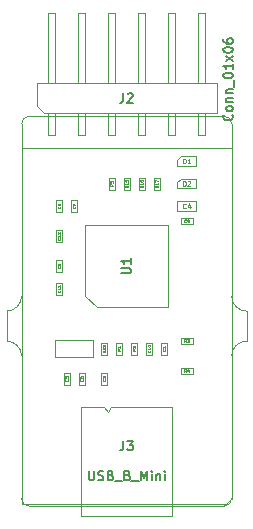
<source format=gbr>
%TF.GenerationSoftware,KiCad,Pcbnew,5.1.4-e60b266~84~ubuntu19.04.1*%
%TF.CreationDate,2020-03-25T19:35:05+00:00*%
%TF.ProjectId,ProMicro_UART,50726f4d-6963-4726-9f5f-554152542e6b,v1.2*%
%TF.SameCoordinates,Original*%
%TF.FileFunction,Other,Fab,Top*%
%FSLAX45Y45*%
G04 Gerber Fmt 4.5, Leading zero omitted, Abs format (unit mm)*
G04 Created by KiCad (PCBNEW 5.1.4-e60b266~84~ubuntu19.04.1) date 2020-03-25 19:35:05*
%MOMM*%
%LPD*%
G04 APERTURE LIST*
%ADD10C,0.100000*%
%ADD11C,0.200000*%
%ADD12C,0.040000*%
%ADD13C,0.060000*%
G04 APERTURE END LIST*
D10*
X10033000Y-7302500D02*
X10033000Y-8763000D01*
X10033000Y-9271000D02*
X10033000Y-10477500D01*
X9906000Y-9144000D02*
G75*
G02X10033000Y-9271000I0J-127000D01*
G01*
X10033000Y-8763000D02*
G75*
G02X9906000Y-8890000I-127000J0D01*
G01*
X9906000Y-9144000D02*
X9906000Y-8890000D01*
X11811000Y-7302500D02*
X11811000Y-8763000D01*
X11938000Y-8890000D02*
X11938000Y-9144000D01*
X11811000Y-9271000D02*
G75*
G02X11938000Y-9144000I127000J0D01*
G01*
X11938000Y-8890000D02*
G75*
G02X11811000Y-8763000I0J127000D01*
G01*
X10096500Y-10541000D02*
G75*
G02X10033000Y-10477500I0J63500D01*
G01*
X11811000Y-10477500D02*
G75*
G02X11747500Y-10541000I-63500J0D01*
G01*
X11747500Y-7239000D02*
G75*
G02X11811000Y-7302500I0J-63500D01*
G01*
X10033000Y-7302500D02*
G75*
G02X10096500Y-7239000I63500J0D01*
G01*
X11747500Y-10541000D02*
X10096500Y-10541000D01*
X11811000Y-9271000D02*
X11811000Y-10477500D01*
X10096500Y-7239000D02*
X11747500Y-7239000D01*
X10672000Y-8859000D02*
X10572000Y-8759000D01*
X11272000Y-8859000D02*
X10672000Y-8859000D01*
X11272000Y-8159000D02*
X11272000Y-8859000D01*
X10572000Y-8159000D02*
X11272000Y-8159000D01*
X10572000Y-8759000D02*
X10572000Y-8159000D01*
X10706500Y-9257500D02*
X10706500Y-9157500D01*
X10756500Y-9257500D02*
X10706500Y-9257500D01*
X10756500Y-9157500D02*
X10756500Y-9257500D01*
X10706500Y-9157500D02*
X10756500Y-9157500D01*
X10375500Y-7951000D02*
X10375500Y-8051000D01*
X10325500Y-7951000D02*
X10375500Y-7951000D01*
X10325500Y-8051000D02*
X10325500Y-7951000D01*
X10375500Y-8051000D02*
X10325500Y-8051000D01*
X10502500Y-7951000D02*
X10502500Y-8051000D01*
X10452500Y-7951000D02*
X10502500Y-7951000D01*
X10452500Y-8051000D02*
X10452500Y-7951000D01*
X10502500Y-8051000D02*
X10452500Y-8051000D01*
X11214500Y-9257500D02*
X11214500Y-9157500D01*
X11264500Y-9257500D02*
X11214500Y-9257500D01*
X11264500Y-9157500D02*
X11264500Y-9257500D01*
X11214500Y-9157500D02*
X11264500Y-9157500D01*
X10756500Y-9411500D02*
X10756500Y-9511500D01*
X10706500Y-9411500D02*
X10756500Y-9411500D01*
X10706500Y-9511500D02*
X10706500Y-9411500D01*
X10756500Y-9511500D02*
X10706500Y-9511500D01*
X10325500Y-8559000D02*
X10325500Y-8459000D01*
X10375500Y-8559000D02*
X10325500Y-8559000D01*
X10375500Y-8459000D02*
X10375500Y-8559000D01*
X10325500Y-8459000D02*
X10375500Y-8459000D01*
X10389000Y-9511500D02*
X10389000Y-9411500D01*
X10439000Y-9511500D02*
X10389000Y-9511500D01*
X10439000Y-9411500D02*
X10439000Y-9511500D01*
X10389000Y-9411500D02*
X10439000Y-9411500D01*
X10516000Y-9511500D02*
X10516000Y-9411500D01*
X10566000Y-9511500D02*
X10516000Y-9511500D01*
X10566000Y-9411500D02*
X10566000Y-9511500D01*
X10516000Y-9411500D02*
X10566000Y-9411500D01*
X11380000Y-8103000D02*
X11480000Y-8103000D01*
X11380000Y-8153000D02*
X11380000Y-8103000D01*
X11480000Y-8153000D02*
X11380000Y-8153000D01*
X11480000Y-8103000D02*
X11480000Y-8153000D01*
X11137500Y-9157500D02*
X11137500Y-9257500D01*
X11087500Y-9157500D02*
X11137500Y-9157500D01*
X11087500Y-9257500D02*
X11087500Y-9157500D01*
X11137500Y-9257500D02*
X11087500Y-9257500D01*
X10375500Y-8649500D02*
X10375500Y-8749500D01*
X10325500Y-8649500D02*
X10375500Y-8649500D01*
X10325500Y-8749500D02*
X10325500Y-8649500D01*
X10375500Y-8749500D02*
X10325500Y-8749500D01*
X10375500Y-8205000D02*
X10375500Y-8305000D01*
X10325500Y-8205000D02*
X10375500Y-8205000D01*
X10325500Y-8305000D02*
X10325500Y-8205000D01*
X10375500Y-8305000D02*
X10325500Y-8305000D01*
X10833500Y-9257500D02*
X10833500Y-9157500D01*
X10883500Y-9257500D02*
X10833500Y-9257500D01*
X10883500Y-9157500D02*
X10883500Y-9257500D01*
X10833500Y-9157500D02*
X10883500Y-9157500D01*
X10960500Y-9257500D02*
X10960500Y-9157500D01*
X11010500Y-9257500D02*
X10960500Y-9257500D01*
X11010500Y-9157500D02*
X11010500Y-9257500D01*
X10960500Y-9157500D02*
X11010500Y-9157500D01*
X11380000Y-9119000D02*
X11480000Y-9119000D01*
X11380000Y-9169000D02*
X11380000Y-9119000D01*
X11480000Y-9169000D02*
X11380000Y-9169000D01*
X11480000Y-9119000D02*
X11480000Y-9169000D01*
X11380000Y-9373000D02*
X11480000Y-9373000D01*
X11380000Y-9423000D02*
X11380000Y-9373000D01*
X11480000Y-9423000D02*
X11380000Y-9423000D01*
X11480000Y-9373000D02*
X11480000Y-9423000D01*
X10820000Y-7760500D02*
X10820000Y-7860500D01*
X10770000Y-7760500D02*
X10820000Y-7760500D01*
X10770000Y-7860500D02*
X10770000Y-7760500D01*
X10820000Y-7860500D02*
X10770000Y-7860500D01*
X10947000Y-7760500D02*
X10947000Y-7860500D01*
X10897000Y-7760500D02*
X10947000Y-7760500D01*
X10897000Y-7860500D02*
X10897000Y-7760500D01*
X10947000Y-7860500D02*
X10897000Y-7860500D01*
X11074000Y-7760500D02*
X11074000Y-7860500D01*
X11024000Y-7760500D02*
X11074000Y-7760500D01*
X11024000Y-7860500D02*
X11024000Y-7760500D01*
X11074000Y-7860500D02*
X11024000Y-7860500D01*
X11201000Y-7760500D02*
X11201000Y-7860500D01*
X11151000Y-7760500D02*
X11201000Y-7760500D01*
X11151000Y-7860500D02*
X11151000Y-7760500D01*
X11201000Y-7860500D02*
X11151000Y-7860500D01*
X10792000Y-9698000D02*
X11307000Y-9698000D01*
X10762000Y-9748000D02*
X10792000Y-9698000D01*
X10732000Y-9698000D02*
X10762000Y-9748000D01*
X10537000Y-10623000D02*
X10537000Y-9698000D01*
X11307000Y-10623000D02*
X10537000Y-10623000D01*
X11307000Y-9698000D02*
X11307000Y-10623000D01*
X10537000Y-9698000D02*
X10732000Y-9698000D01*
X10637500Y-9132500D02*
X10317500Y-9132500D01*
X10637500Y-9282500D02*
X10317500Y-9282500D01*
X10317500Y-9282500D02*
X10317500Y-9132500D01*
X10637500Y-9282500D02*
X10637500Y-9132500D01*
X11350000Y-7961000D02*
X11510000Y-7961000D01*
X11350000Y-8041000D02*
X11350000Y-7961000D01*
X11510000Y-8041000D02*
X11350000Y-8041000D01*
X11510000Y-7961000D02*
X11510000Y-8041000D01*
X11589000Y-6962000D02*
X11589000Y-6362000D01*
X11525000Y-6362000D02*
X11589000Y-6362000D01*
X11525000Y-6962000D02*
X11525000Y-6362000D01*
X11589000Y-7398000D02*
X11589000Y-7216000D01*
X11525000Y-7398000D02*
X11589000Y-7398000D01*
X11525000Y-7398000D02*
X11525000Y-7216000D01*
X11335000Y-6962000D02*
X11335000Y-6362000D01*
X11271000Y-6362000D02*
X11335000Y-6362000D01*
X11271000Y-6962000D02*
X11271000Y-6362000D01*
X11335000Y-7398000D02*
X11335000Y-7216000D01*
X11271000Y-7398000D02*
X11335000Y-7398000D01*
X11271000Y-7398000D02*
X11271000Y-7216000D01*
X11081000Y-6962000D02*
X11081000Y-6362000D01*
X11017000Y-6362000D02*
X11081000Y-6362000D01*
X11017000Y-6962000D02*
X11017000Y-6362000D01*
X11081000Y-7398000D02*
X11081000Y-7216000D01*
X11017000Y-7398000D02*
X11081000Y-7398000D01*
X11017000Y-7398000D02*
X11017000Y-7216000D01*
X10827000Y-6962000D02*
X10827000Y-6362000D01*
X10763000Y-6362000D02*
X10827000Y-6362000D01*
X10763000Y-6962000D02*
X10763000Y-6362000D01*
X10827000Y-7398000D02*
X10827000Y-7216000D01*
X10763000Y-7398000D02*
X10827000Y-7398000D01*
X10763000Y-7398000D02*
X10763000Y-7216000D01*
X10573000Y-6962000D02*
X10573000Y-6362000D01*
X10509000Y-6362000D02*
X10573000Y-6362000D01*
X10509000Y-6962000D02*
X10509000Y-6362000D01*
X10573000Y-7398000D02*
X10573000Y-7216000D01*
X10509000Y-7398000D02*
X10573000Y-7398000D01*
X10509000Y-7398000D02*
X10509000Y-7216000D01*
X10319000Y-6962000D02*
X10319000Y-6362000D01*
X10255000Y-6362000D02*
X10319000Y-6362000D01*
X10255000Y-6962000D02*
X10255000Y-6362000D01*
X10319000Y-7398000D02*
X10319000Y-7216000D01*
X10255000Y-7398000D02*
X10319000Y-7398000D01*
X10255000Y-7398000D02*
X10255000Y-7216000D01*
X10223500Y-7216000D02*
X10160000Y-7152500D01*
X11684000Y-7216000D02*
X10223500Y-7216000D01*
X11684000Y-6962000D02*
X11684000Y-7216000D01*
X10160000Y-6962000D02*
X11684000Y-6962000D01*
X10160000Y-7152500D02*
X10160000Y-6962000D01*
X11510000Y-7850500D02*
X11510000Y-7770500D01*
X11350000Y-7850500D02*
X11510000Y-7850500D01*
X11350000Y-7800500D02*
X11350000Y-7850500D01*
X11380000Y-7770500D02*
X11350000Y-7800500D01*
X11510000Y-7770500D02*
X11380000Y-7770500D01*
X11510000Y-7660000D02*
X11510000Y-7580000D01*
X11350000Y-7660000D02*
X11510000Y-7660000D01*
X11350000Y-7610000D02*
X11350000Y-7660000D01*
X11380000Y-7580000D02*
X11350000Y-7610000D01*
X11510000Y-7580000D02*
X11380000Y-7580000D01*
X10034000Y-7509000D02*
X11811000Y-7509000D01*
X11811000Y-7509000D02*
X11811000Y-10474000D01*
X11764000Y-10524000D02*
X11811000Y-10474000D01*
X11764000Y-10524000D02*
X10034000Y-10524000D01*
X10034000Y-10524000D02*
X10034000Y-7509000D01*
D11*
X10878190Y-8569952D02*
X10942952Y-8569952D01*
X10950571Y-8566143D01*
X10954381Y-8562333D01*
X10958190Y-8554714D01*
X10958190Y-8539476D01*
X10954381Y-8531857D01*
X10950571Y-8528048D01*
X10942952Y-8524238D01*
X10878190Y-8524238D01*
X10958190Y-8444238D02*
X10958190Y-8489952D01*
X10958190Y-8467095D02*
X10878190Y-8467095D01*
X10889619Y-8474714D01*
X10897238Y-8482333D01*
X10901048Y-8489952D01*
D12*
X10742810Y-9223571D02*
X10730905Y-9231905D01*
X10742810Y-9237857D02*
X10717810Y-9237857D01*
X10717810Y-9228333D01*
X10719000Y-9225952D01*
X10720190Y-9224762D01*
X10722571Y-9223571D01*
X10726143Y-9223571D01*
X10728524Y-9224762D01*
X10729714Y-9225952D01*
X10730905Y-9228333D01*
X10730905Y-9237857D01*
X10720190Y-9214048D02*
X10719000Y-9212857D01*
X10717810Y-9210476D01*
X10717810Y-9204524D01*
X10719000Y-9202143D01*
X10720190Y-9200952D01*
X10722571Y-9199762D01*
X10724952Y-9199762D01*
X10728524Y-9200952D01*
X10742810Y-9215238D01*
X10742810Y-9199762D01*
X10720190Y-9190238D02*
X10719000Y-9189048D01*
X10717810Y-9186667D01*
X10717810Y-9180714D01*
X10719000Y-9178333D01*
X10720190Y-9177143D01*
X10722571Y-9175952D01*
X10724952Y-9175952D01*
X10728524Y-9177143D01*
X10742810Y-9191429D01*
X10742810Y-9175952D01*
X10359429Y-8005167D02*
X10360619Y-8006357D01*
X10361810Y-8009928D01*
X10361810Y-8012309D01*
X10360619Y-8015881D01*
X10358238Y-8018262D01*
X10355857Y-8019452D01*
X10351095Y-8020643D01*
X10347524Y-8020643D01*
X10342762Y-8019452D01*
X10340381Y-8018262D01*
X10338000Y-8015881D01*
X10336810Y-8012309D01*
X10336810Y-8009928D01*
X10338000Y-8006357D01*
X10339190Y-8005167D01*
X10347524Y-7990881D02*
X10346333Y-7993262D01*
X10345143Y-7994452D01*
X10342762Y-7995643D01*
X10341571Y-7995643D01*
X10339190Y-7994452D01*
X10338000Y-7993262D01*
X10336810Y-7990881D01*
X10336810Y-7986119D01*
X10338000Y-7983738D01*
X10339190Y-7982548D01*
X10341571Y-7981357D01*
X10342762Y-7981357D01*
X10345143Y-7982548D01*
X10346333Y-7983738D01*
X10347524Y-7986119D01*
X10347524Y-7990881D01*
X10348714Y-7993262D01*
X10349905Y-7994452D01*
X10352286Y-7995643D01*
X10357048Y-7995643D01*
X10359429Y-7994452D01*
X10360619Y-7993262D01*
X10361810Y-7990881D01*
X10361810Y-7986119D01*
X10360619Y-7983738D01*
X10359429Y-7982548D01*
X10357048Y-7981357D01*
X10352286Y-7981357D01*
X10349905Y-7982548D01*
X10348714Y-7983738D01*
X10347524Y-7986119D01*
X10486429Y-8005167D02*
X10487619Y-8006357D01*
X10488810Y-8009928D01*
X10488810Y-8012309D01*
X10487619Y-8015881D01*
X10485238Y-8018262D01*
X10482857Y-8019452D01*
X10478095Y-8020643D01*
X10474524Y-8020643D01*
X10469762Y-8019452D01*
X10467381Y-8018262D01*
X10465000Y-8015881D01*
X10463810Y-8012309D01*
X10463810Y-8009928D01*
X10465000Y-8006357D01*
X10466190Y-8005167D01*
X10463810Y-7996833D02*
X10463810Y-7980167D01*
X10488810Y-7990881D01*
X11248428Y-9211667D02*
X11249619Y-9212857D01*
X11250809Y-9216429D01*
X11250809Y-9218810D01*
X11249619Y-9222381D01*
X11247238Y-9224762D01*
X11244857Y-9225952D01*
X11240095Y-9227143D01*
X11236524Y-9227143D01*
X11231762Y-9225952D01*
X11229381Y-9224762D01*
X11227000Y-9222381D01*
X11225809Y-9218810D01*
X11225809Y-9216429D01*
X11227000Y-9212857D01*
X11228190Y-9211667D01*
X11250809Y-9187857D02*
X11250809Y-9202143D01*
X11250809Y-9195000D02*
X11225809Y-9195000D01*
X11229381Y-9197381D01*
X11231762Y-9199762D01*
X11232952Y-9202143D01*
X10740429Y-9465667D02*
X10741619Y-9466857D01*
X10742810Y-9470429D01*
X10742810Y-9472810D01*
X10741619Y-9476381D01*
X10739238Y-9478762D01*
X10736857Y-9479952D01*
X10732095Y-9481143D01*
X10728524Y-9481143D01*
X10723762Y-9479952D01*
X10721381Y-9478762D01*
X10719000Y-9476381D01*
X10717810Y-9472810D01*
X10717810Y-9470429D01*
X10719000Y-9466857D01*
X10720190Y-9465667D01*
X10720190Y-9456143D02*
X10719000Y-9454952D01*
X10717810Y-9452571D01*
X10717810Y-9446619D01*
X10719000Y-9444238D01*
X10720190Y-9443048D01*
X10722571Y-9441857D01*
X10724952Y-9441857D01*
X10728524Y-9443048D01*
X10742810Y-9457333D01*
X10742810Y-9441857D01*
X10359429Y-8513167D02*
X10360619Y-8514357D01*
X10361810Y-8517929D01*
X10361810Y-8520310D01*
X10360619Y-8523881D01*
X10358238Y-8526262D01*
X10355857Y-8527452D01*
X10351095Y-8528643D01*
X10347524Y-8528643D01*
X10342762Y-8527452D01*
X10340381Y-8526262D01*
X10338000Y-8523881D01*
X10336810Y-8520310D01*
X10336810Y-8517929D01*
X10338000Y-8514357D01*
X10339190Y-8513167D01*
X10336810Y-8504833D02*
X10336810Y-8489357D01*
X10346333Y-8497690D01*
X10346333Y-8494119D01*
X10347524Y-8491738D01*
X10348714Y-8490548D01*
X10351095Y-8489357D01*
X10357048Y-8489357D01*
X10359429Y-8490548D01*
X10360619Y-8491738D01*
X10361810Y-8494119D01*
X10361810Y-8501262D01*
X10360619Y-8503643D01*
X10359429Y-8504833D01*
X10422929Y-9465667D02*
X10424119Y-9466857D01*
X10425310Y-9470429D01*
X10425310Y-9472810D01*
X10424119Y-9476381D01*
X10421738Y-9478762D01*
X10419357Y-9479952D01*
X10414595Y-9481143D01*
X10411024Y-9481143D01*
X10406262Y-9479952D01*
X10403881Y-9478762D01*
X10401500Y-9476381D01*
X10400310Y-9472810D01*
X10400310Y-9470429D01*
X10401500Y-9466857D01*
X10402690Y-9465667D01*
X10400310Y-9443048D02*
X10400310Y-9454952D01*
X10412214Y-9456143D01*
X10411024Y-9454952D01*
X10409833Y-9452571D01*
X10409833Y-9446619D01*
X10411024Y-9444238D01*
X10412214Y-9443048D01*
X10414595Y-9441857D01*
X10420548Y-9441857D01*
X10422929Y-9443048D01*
X10424119Y-9444238D01*
X10425310Y-9446619D01*
X10425310Y-9452571D01*
X10424119Y-9454952D01*
X10422929Y-9456143D01*
X10549929Y-9465667D02*
X10551119Y-9466857D01*
X10552310Y-9470429D01*
X10552310Y-9472810D01*
X10551119Y-9476381D01*
X10548738Y-9478762D01*
X10546357Y-9479952D01*
X10541595Y-9481143D01*
X10538024Y-9481143D01*
X10533262Y-9479952D01*
X10530881Y-9478762D01*
X10528500Y-9476381D01*
X10527310Y-9472810D01*
X10527310Y-9470429D01*
X10528500Y-9466857D01*
X10529690Y-9465667D01*
X10527310Y-9444238D02*
X10527310Y-9449000D01*
X10528500Y-9451381D01*
X10529690Y-9452571D01*
X10533262Y-9454952D01*
X10538024Y-9456143D01*
X10547548Y-9456143D01*
X10549929Y-9454952D01*
X10551119Y-9453762D01*
X10552310Y-9451381D01*
X10552310Y-9446619D01*
X10551119Y-9444238D01*
X10549929Y-9443048D01*
X10547548Y-9441857D01*
X10541595Y-9441857D01*
X10539214Y-9443048D01*
X10538024Y-9444238D01*
X10536833Y-9446619D01*
X10536833Y-9451381D01*
X10538024Y-9453762D01*
X10539214Y-9454952D01*
X10541595Y-9456143D01*
X11425833Y-8136928D02*
X11424643Y-8138119D01*
X11421071Y-8139309D01*
X11418690Y-8139309D01*
X11415119Y-8138119D01*
X11412738Y-8135738D01*
X11411548Y-8133357D01*
X11410357Y-8128595D01*
X11410357Y-8125024D01*
X11411548Y-8120262D01*
X11412738Y-8117881D01*
X11415119Y-8115500D01*
X11418690Y-8114309D01*
X11421071Y-8114309D01*
X11424643Y-8115500D01*
X11425833Y-8116690D01*
X11437738Y-8139309D02*
X11442500Y-8139309D01*
X11444881Y-8138119D01*
X11446071Y-8136928D01*
X11448452Y-8133357D01*
X11449643Y-8128595D01*
X11449643Y-8119071D01*
X11448452Y-8116690D01*
X11447262Y-8115500D01*
X11444881Y-8114309D01*
X11440119Y-8114309D01*
X11437738Y-8115500D01*
X11436548Y-8116690D01*
X11435357Y-8119071D01*
X11435357Y-8125024D01*
X11436548Y-8127405D01*
X11437738Y-8128595D01*
X11440119Y-8129786D01*
X11444881Y-8129786D01*
X11447262Y-8128595D01*
X11448452Y-8127405D01*
X11449643Y-8125024D01*
X11121429Y-9223571D02*
X11122619Y-9224762D01*
X11123810Y-9228333D01*
X11123810Y-9230714D01*
X11122619Y-9234286D01*
X11120238Y-9236667D01*
X11117857Y-9237857D01*
X11113095Y-9239048D01*
X11109524Y-9239048D01*
X11104762Y-9237857D01*
X11102381Y-9236667D01*
X11100000Y-9234286D01*
X11098810Y-9230714D01*
X11098810Y-9228333D01*
X11100000Y-9224762D01*
X11101190Y-9223571D01*
X11123810Y-9199762D02*
X11123810Y-9214048D01*
X11123810Y-9206905D02*
X11098810Y-9206905D01*
X11102381Y-9209286D01*
X11104762Y-9211667D01*
X11105952Y-9214048D01*
X11098810Y-9184286D02*
X11098810Y-9181905D01*
X11100000Y-9179524D01*
X11101190Y-9178333D01*
X11103571Y-9177143D01*
X11108333Y-9175952D01*
X11114286Y-9175952D01*
X11119048Y-9177143D01*
X11121429Y-9178333D01*
X11122619Y-9179524D01*
X11123810Y-9181905D01*
X11123810Y-9184286D01*
X11122619Y-9186667D01*
X11121429Y-9187857D01*
X11119048Y-9189048D01*
X11114286Y-9190238D01*
X11108333Y-9190238D01*
X11103571Y-9189048D01*
X11101190Y-9187857D01*
X11100000Y-9186667D01*
X11098810Y-9184286D01*
X10359429Y-8715571D02*
X10360619Y-8716762D01*
X10361810Y-8720333D01*
X10361810Y-8722714D01*
X10360619Y-8726286D01*
X10358238Y-8728667D01*
X10355857Y-8729857D01*
X10351095Y-8731048D01*
X10347524Y-8731048D01*
X10342762Y-8729857D01*
X10340381Y-8728667D01*
X10338000Y-8726286D01*
X10336810Y-8722714D01*
X10336810Y-8720333D01*
X10338000Y-8716762D01*
X10339190Y-8715571D01*
X10361810Y-8691762D02*
X10361810Y-8706048D01*
X10361810Y-8698905D02*
X10336810Y-8698905D01*
X10340381Y-8701286D01*
X10342762Y-8703667D01*
X10343952Y-8706048D01*
X10361810Y-8667952D02*
X10361810Y-8682238D01*
X10361810Y-8675095D02*
X10336810Y-8675095D01*
X10340381Y-8677476D01*
X10342762Y-8679857D01*
X10343952Y-8682238D01*
X10359429Y-8271071D02*
X10360619Y-8272262D01*
X10361810Y-8275833D01*
X10361810Y-8278214D01*
X10360619Y-8281786D01*
X10358238Y-8284167D01*
X10355857Y-8285357D01*
X10351095Y-8286548D01*
X10347524Y-8286548D01*
X10342762Y-8285357D01*
X10340381Y-8284167D01*
X10338000Y-8281786D01*
X10336810Y-8278214D01*
X10336810Y-8275833D01*
X10338000Y-8272262D01*
X10339190Y-8271071D01*
X10361810Y-8247262D02*
X10361810Y-8261548D01*
X10361810Y-8254405D02*
X10336810Y-8254405D01*
X10340381Y-8256786D01*
X10342762Y-8259167D01*
X10343952Y-8261548D01*
X10339190Y-8237738D02*
X10338000Y-8236548D01*
X10336810Y-8234167D01*
X10336810Y-8228214D01*
X10338000Y-8225833D01*
X10339190Y-8224643D01*
X10341571Y-8223452D01*
X10343952Y-8223452D01*
X10347524Y-8224643D01*
X10361810Y-8238928D01*
X10361810Y-8223452D01*
X10869810Y-9211667D02*
X10857905Y-9220000D01*
X10869810Y-9225952D02*
X10844810Y-9225952D01*
X10844810Y-9216429D01*
X10846000Y-9214048D01*
X10847190Y-9212857D01*
X10849571Y-9211667D01*
X10853143Y-9211667D01*
X10855524Y-9212857D01*
X10856714Y-9214048D01*
X10857905Y-9216429D01*
X10857905Y-9225952D01*
X10869810Y-9187857D02*
X10869810Y-9202143D01*
X10869810Y-9195000D02*
X10844810Y-9195000D01*
X10848381Y-9197381D01*
X10850762Y-9199762D01*
X10851952Y-9202143D01*
X10996810Y-9211667D02*
X10984905Y-9220000D01*
X10996810Y-9225952D02*
X10971810Y-9225952D01*
X10971810Y-9216429D01*
X10973000Y-9214048D01*
X10974190Y-9212857D01*
X10976571Y-9211667D01*
X10980143Y-9211667D01*
X10982524Y-9212857D01*
X10983714Y-9214048D01*
X10984905Y-9216429D01*
X10984905Y-9225952D01*
X10974190Y-9202143D02*
X10973000Y-9200952D01*
X10971810Y-9198571D01*
X10971810Y-9192619D01*
X10973000Y-9190238D01*
X10974190Y-9189048D01*
X10976571Y-9187857D01*
X10978952Y-9187857D01*
X10982524Y-9189048D01*
X10996810Y-9203333D01*
X10996810Y-9187857D01*
X11425833Y-9155310D02*
X11417500Y-9143405D01*
X11411548Y-9155310D02*
X11411548Y-9130310D01*
X11421071Y-9130310D01*
X11423452Y-9131500D01*
X11424643Y-9132690D01*
X11425833Y-9135071D01*
X11425833Y-9138643D01*
X11424643Y-9141024D01*
X11423452Y-9142214D01*
X11421071Y-9143405D01*
X11411548Y-9143405D01*
X11434167Y-9130310D02*
X11449643Y-9130310D01*
X11441309Y-9139833D01*
X11444881Y-9139833D01*
X11447262Y-9141024D01*
X11448452Y-9142214D01*
X11449643Y-9144595D01*
X11449643Y-9150548D01*
X11448452Y-9152929D01*
X11447262Y-9154119D01*
X11444881Y-9155310D01*
X11437738Y-9155310D01*
X11435357Y-9154119D01*
X11434167Y-9152929D01*
X11425833Y-9409310D02*
X11417500Y-9397405D01*
X11411548Y-9409310D02*
X11411548Y-9384310D01*
X11421071Y-9384310D01*
X11423452Y-9385500D01*
X11424643Y-9386690D01*
X11425833Y-9389071D01*
X11425833Y-9392643D01*
X11424643Y-9395024D01*
X11423452Y-9396214D01*
X11421071Y-9397405D01*
X11411548Y-9397405D01*
X11447262Y-9392643D02*
X11447262Y-9409310D01*
X11441309Y-9383119D02*
X11435357Y-9400976D01*
X11450833Y-9400976D01*
X10806310Y-7814667D02*
X10794405Y-7823000D01*
X10806310Y-7828952D02*
X10781310Y-7828952D01*
X10781310Y-7819428D01*
X10782500Y-7817048D01*
X10783690Y-7815857D01*
X10786071Y-7814667D01*
X10789643Y-7814667D01*
X10792024Y-7815857D01*
X10793214Y-7817048D01*
X10794405Y-7819428D01*
X10794405Y-7828952D01*
X10781310Y-7792048D02*
X10781310Y-7803952D01*
X10793214Y-7805143D01*
X10792024Y-7803952D01*
X10790833Y-7801571D01*
X10790833Y-7795619D01*
X10792024Y-7793238D01*
X10793214Y-7792048D01*
X10795595Y-7790857D01*
X10801548Y-7790857D01*
X10803929Y-7792048D01*
X10805119Y-7793238D01*
X10806310Y-7795619D01*
X10806310Y-7801571D01*
X10805119Y-7803952D01*
X10803929Y-7805143D01*
X10933310Y-7826571D02*
X10921405Y-7834905D01*
X10933310Y-7840857D02*
X10908310Y-7840857D01*
X10908310Y-7831333D01*
X10909500Y-7828952D01*
X10910690Y-7827762D01*
X10913071Y-7826571D01*
X10916643Y-7826571D01*
X10919024Y-7827762D01*
X10920214Y-7828952D01*
X10921405Y-7831333D01*
X10921405Y-7840857D01*
X10933310Y-7802762D02*
X10933310Y-7817048D01*
X10933310Y-7809905D02*
X10908310Y-7809905D01*
X10911881Y-7812286D01*
X10914262Y-7814667D01*
X10915452Y-7817048D01*
X10908310Y-7780143D02*
X10908310Y-7792048D01*
X10920214Y-7793238D01*
X10919024Y-7792048D01*
X10917833Y-7789667D01*
X10917833Y-7783714D01*
X10919024Y-7781333D01*
X10920214Y-7780143D01*
X10922595Y-7778952D01*
X10928548Y-7778952D01*
X10930929Y-7780143D01*
X10932119Y-7781333D01*
X10933310Y-7783714D01*
X10933310Y-7789667D01*
X10932119Y-7792048D01*
X10930929Y-7793238D01*
X11060310Y-7826571D02*
X11048405Y-7834905D01*
X11060310Y-7840857D02*
X11035310Y-7840857D01*
X11035310Y-7831333D01*
X11036500Y-7828952D01*
X11037690Y-7827762D01*
X11040071Y-7826571D01*
X11043643Y-7826571D01*
X11046024Y-7827762D01*
X11047214Y-7828952D01*
X11048405Y-7831333D01*
X11048405Y-7840857D01*
X11060310Y-7802762D02*
X11060310Y-7817048D01*
X11060310Y-7809905D02*
X11035310Y-7809905D01*
X11038881Y-7812286D01*
X11041262Y-7814667D01*
X11042452Y-7817048D01*
X11035310Y-7781333D02*
X11035310Y-7786095D01*
X11036500Y-7788476D01*
X11037690Y-7789667D01*
X11041262Y-7792048D01*
X11046024Y-7793238D01*
X11055548Y-7793238D01*
X11057929Y-7792048D01*
X11059119Y-7790857D01*
X11060310Y-7788476D01*
X11060310Y-7783714D01*
X11059119Y-7781333D01*
X11057929Y-7780143D01*
X11055548Y-7778952D01*
X11049595Y-7778952D01*
X11047214Y-7780143D01*
X11046024Y-7781333D01*
X11044833Y-7783714D01*
X11044833Y-7788476D01*
X11046024Y-7790857D01*
X11047214Y-7792048D01*
X11049595Y-7793238D01*
X11187309Y-7826571D02*
X11175405Y-7834905D01*
X11187309Y-7840857D02*
X11162310Y-7840857D01*
X11162310Y-7831333D01*
X11163500Y-7828952D01*
X11164690Y-7827762D01*
X11167071Y-7826571D01*
X11170643Y-7826571D01*
X11173024Y-7827762D01*
X11174214Y-7828952D01*
X11175405Y-7831333D01*
X11175405Y-7840857D01*
X11187309Y-7802762D02*
X11187309Y-7817048D01*
X11187309Y-7809905D02*
X11162310Y-7809905D01*
X11165881Y-7812286D01*
X11168262Y-7814667D01*
X11169452Y-7817048D01*
X11162310Y-7794428D02*
X11162310Y-7777762D01*
X11187309Y-7788476D01*
D11*
X10600095Y-10243190D02*
X10600095Y-10307952D01*
X10603905Y-10315571D01*
X10607714Y-10319381D01*
X10615333Y-10323190D01*
X10630571Y-10323190D01*
X10638190Y-10319381D01*
X10642000Y-10315571D01*
X10645810Y-10307952D01*
X10645810Y-10243190D01*
X10680095Y-10319381D02*
X10691524Y-10323190D01*
X10710571Y-10323190D01*
X10718190Y-10319381D01*
X10722000Y-10315571D01*
X10725810Y-10307952D01*
X10725810Y-10300333D01*
X10722000Y-10292714D01*
X10718190Y-10288905D01*
X10710571Y-10285095D01*
X10695333Y-10281286D01*
X10687714Y-10277476D01*
X10683905Y-10273667D01*
X10680095Y-10266048D01*
X10680095Y-10258429D01*
X10683905Y-10250810D01*
X10687714Y-10247000D01*
X10695333Y-10243190D01*
X10714381Y-10243190D01*
X10725810Y-10247000D01*
X10786762Y-10281286D02*
X10798190Y-10285095D01*
X10802000Y-10288905D01*
X10805810Y-10296524D01*
X10805810Y-10307952D01*
X10802000Y-10315571D01*
X10798190Y-10319381D01*
X10790571Y-10323190D01*
X10760095Y-10323190D01*
X10760095Y-10243190D01*
X10786762Y-10243190D01*
X10794381Y-10247000D01*
X10798190Y-10250810D01*
X10802000Y-10258429D01*
X10802000Y-10266048D01*
X10798190Y-10273667D01*
X10794381Y-10277476D01*
X10786762Y-10281286D01*
X10760095Y-10281286D01*
X10821048Y-10330810D02*
X10882000Y-10330810D01*
X10927714Y-10281286D02*
X10939143Y-10285095D01*
X10942952Y-10288905D01*
X10946762Y-10296524D01*
X10946762Y-10307952D01*
X10942952Y-10315571D01*
X10939143Y-10319381D01*
X10931524Y-10323190D01*
X10901048Y-10323190D01*
X10901048Y-10243190D01*
X10927714Y-10243190D01*
X10935333Y-10247000D01*
X10939143Y-10250810D01*
X10942952Y-10258429D01*
X10942952Y-10266048D01*
X10939143Y-10273667D01*
X10935333Y-10277476D01*
X10927714Y-10281286D01*
X10901048Y-10281286D01*
X10962000Y-10330810D02*
X11022952Y-10330810D01*
X11042000Y-10323190D02*
X11042000Y-10243190D01*
X11068667Y-10300333D01*
X11095333Y-10243190D01*
X11095333Y-10323190D01*
X11133429Y-10323190D02*
X11133429Y-10269857D01*
X11133429Y-10243190D02*
X11129619Y-10247000D01*
X11133429Y-10250810D01*
X11137238Y-10247000D01*
X11133429Y-10243190D01*
X11133429Y-10250810D01*
X11171524Y-10269857D02*
X11171524Y-10323190D01*
X11171524Y-10277476D02*
X11175333Y-10273667D01*
X11182952Y-10269857D01*
X11194381Y-10269857D01*
X11202000Y-10273667D01*
X11205809Y-10281286D01*
X11205809Y-10323190D01*
X11243905Y-10323190D02*
X11243905Y-10269857D01*
X11243905Y-10243190D02*
X11240095Y-10247000D01*
X11243905Y-10250810D01*
X11247714Y-10247000D01*
X11243905Y-10243190D01*
X11243905Y-10250810D01*
X10895333Y-9989190D02*
X10895333Y-10046333D01*
X10891524Y-10057762D01*
X10883905Y-10065381D01*
X10872476Y-10069190D01*
X10864857Y-10069190D01*
X10925810Y-9989190D02*
X10975333Y-9989190D01*
X10948667Y-10019667D01*
X10960095Y-10019667D01*
X10967714Y-10023476D01*
X10971524Y-10027286D01*
X10975333Y-10034905D01*
X10975333Y-10053952D01*
X10971524Y-10061571D01*
X10967714Y-10065381D01*
X10960095Y-10069190D01*
X10937238Y-10069190D01*
X10929619Y-10065381D01*
X10925810Y-10061571D01*
D13*
X11423333Y-8015286D02*
X11421428Y-8017190D01*
X11415714Y-8019095D01*
X11411905Y-8019095D01*
X11406190Y-8017190D01*
X11402381Y-8013381D01*
X11400476Y-8009571D01*
X11398571Y-8001952D01*
X11398571Y-7996238D01*
X11400476Y-7988619D01*
X11402381Y-7984809D01*
X11406190Y-7981000D01*
X11411905Y-7979095D01*
X11415714Y-7979095D01*
X11421428Y-7981000D01*
X11423333Y-7982905D01*
X11457619Y-7992428D02*
X11457619Y-8019095D01*
X11448095Y-7977190D02*
X11438571Y-8005762D01*
X11463333Y-8005762D01*
D11*
X11812571Y-7226548D02*
X11816381Y-7230357D01*
X11820190Y-7241786D01*
X11820190Y-7249405D01*
X11816381Y-7260833D01*
X11808762Y-7268452D01*
X11801143Y-7272262D01*
X11785905Y-7276071D01*
X11774476Y-7276071D01*
X11759238Y-7272262D01*
X11751619Y-7268452D01*
X11744000Y-7260833D01*
X11740190Y-7249405D01*
X11740190Y-7241786D01*
X11744000Y-7230357D01*
X11747809Y-7226548D01*
X11820190Y-7180833D02*
X11816381Y-7188452D01*
X11812571Y-7192262D01*
X11804952Y-7196071D01*
X11782095Y-7196071D01*
X11774476Y-7192262D01*
X11770667Y-7188452D01*
X11766857Y-7180833D01*
X11766857Y-7169405D01*
X11770667Y-7161786D01*
X11774476Y-7157976D01*
X11782095Y-7154167D01*
X11804952Y-7154167D01*
X11812571Y-7157976D01*
X11816381Y-7161786D01*
X11820190Y-7169405D01*
X11820190Y-7180833D01*
X11766857Y-7119881D02*
X11820190Y-7119881D01*
X11774476Y-7119881D02*
X11770667Y-7116071D01*
X11766857Y-7108452D01*
X11766857Y-7097024D01*
X11770667Y-7089405D01*
X11778286Y-7085595D01*
X11820190Y-7085595D01*
X11766857Y-7047500D02*
X11820190Y-7047500D01*
X11774476Y-7047500D02*
X11770667Y-7043690D01*
X11766857Y-7036071D01*
X11766857Y-7024643D01*
X11770667Y-7017024D01*
X11778286Y-7013214D01*
X11820190Y-7013214D01*
X11827809Y-6994167D02*
X11827809Y-6933214D01*
X11740190Y-6898928D02*
X11740190Y-6891309D01*
X11744000Y-6883690D01*
X11747809Y-6879881D01*
X11755428Y-6876071D01*
X11770667Y-6872262D01*
X11789714Y-6872262D01*
X11804952Y-6876071D01*
X11812571Y-6879881D01*
X11816381Y-6883690D01*
X11820190Y-6891309D01*
X11820190Y-6898928D01*
X11816381Y-6906548D01*
X11812571Y-6910357D01*
X11804952Y-6914167D01*
X11789714Y-6917976D01*
X11770667Y-6917976D01*
X11755428Y-6914167D01*
X11747809Y-6910357D01*
X11744000Y-6906548D01*
X11740190Y-6898928D01*
X11820190Y-6796071D02*
X11820190Y-6841786D01*
X11820190Y-6818928D02*
X11740190Y-6818928D01*
X11751619Y-6826548D01*
X11759238Y-6834167D01*
X11763048Y-6841786D01*
X11820190Y-6769405D02*
X11766857Y-6727500D01*
X11766857Y-6769405D02*
X11820190Y-6727500D01*
X11740190Y-6681786D02*
X11740190Y-6674167D01*
X11744000Y-6666548D01*
X11747809Y-6662738D01*
X11755428Y-6658928D01*
X11770667Y-6655119D01*
X11789714Y-6655119D01*
X11804952Y-6658928D01*
X11812571Y-6662738D01*
X11816381Y-6666548D01*
X11820190Y-6674167D01*
X11820190Y-6681786D01*
X11816381Y-6689405D01*
X11812571Y-6693214D01*
X11804952Y-6697024D01*
X11789714Y-6700833D01*
X11770667Y-6700833D01*
X11755428Y-6697024D01*
X11747809Y-6693214D01*
X11744000Y-6689405D01*
X11740190Y-6681786D01*
X11740190Y-6586548D02*
X11740190Y-6601786D01*
X11744000Y-6609405D01*
X11747809Y-6613214D01*
X11759238Y-6620833D01*
X11774476Y-6624643D01*
X11804952Y-6624643D01*
X11812571Y-6620833D01*
X11816381Y-6617024D01*
X11820190Y-6609405D01*
X11820190Y-6594167D01*
X11816381Y-6586548D01*
X11812571Y-6582738D01*
X11804952Y-6578928D01*
X11785905Y-6578928D01*
X11778286Y-6582738D01*
X11774476Y-6586548D01*
X11770667Y-6594167D01*
X11770667Y-6609405D01*
X11774476Y-6617024D01*
X11778286Y-6620833D01*
X11785905Y-6624643D01*
X10895333Y-7045190D02*
X10895333Y-7102333D01*
X10891524Y-7113762D01*
X10883905Y-7121381D01*
X10872476Y-7125190D01*
X10864857Y-7125190D01*
X10929619Y-7052809D02*
X10933429Y-7049000D01*
X10941048Y-7045190D01*
X10960095Y-7045190D01*
X10967714Y-7049000D01*
X10971524Y-7052809D01*
X10975333Y-7060428D01*
X10975333Y-7068048D01*
X10971524Y-7079476D01*
X10925810Y-7125190D01*
X10975333Y-7125190D01*
D13*
X11400476Y-7828595D02*
X11400476Y-7788595D01*
X11410000Y-7788595D01*
X11415714Y-7790500D01*
X11419524Y-7794309D01*
X11421428Y-7798119D01*
X11423333Y-7805738D01*
X11423333Y-7811452D01*
X11421428Y-7819071D01*
X11419524Y-7822881D01*
X11415714Y-7826690D01*
X11410000Y-7828595D01*
X11400476Y-7828595D01*
X11438571Y-7792405D02*
X11440476Y-7790500D01*
X11444286Y-7788595D01*
X11453809Y-7788595D01*
X11457619Y-7790500D01*
X11459524Y-7792405D01*
X11461428Y-7796214D01*
X11461428Y-7800024D01*
X11459524Y-7805738D01*
X11436667Y-7828595D01*
X11461428Y-7828595D01*
X11400476Y-7638095D02*
X11400476Y-7598095D01*
X11410000Y-7598095D01*
X11415714Y-7600000D01*
X11419524Y-7603809D01*
X11421428Y-7607619D01*
X11423333Y-7615238D01*
X11423333Y-7620952D01*
X11421428Y-7628571D01*
X11419524Y-7632381D01*
X11415714Y-7636190D01*
X11410000Y-7638095D01*
X11400476Y-7638095D01*
X11461428Y-7638095D02*
X11438571Y-7638095D01*
X11450000Y-7638095D02*
X11450000Y-7598095D01*
X11446190Y-7603809D01*
X11442381Y-7607619D01*
X11438571Y-7609524D01*
M02*

</source>
